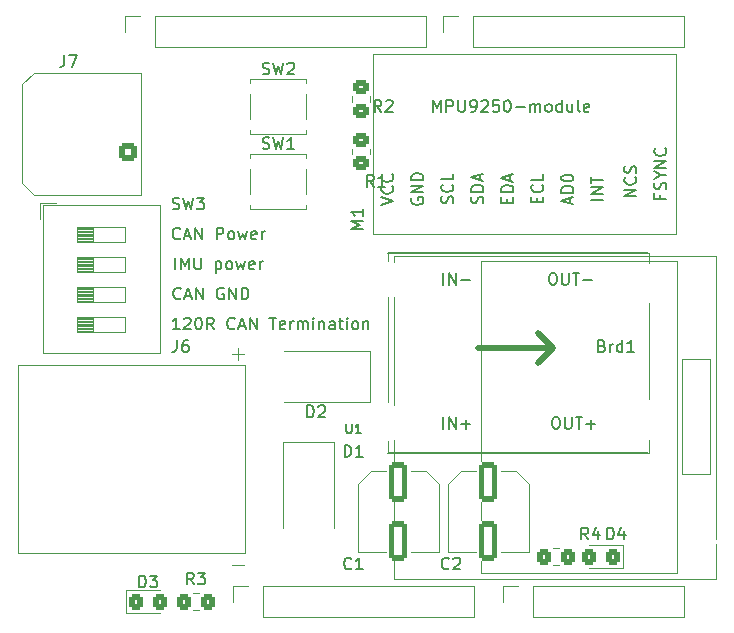
<source format=gto>
G04 #@! TF.GenerationSoftware,KiCad,Pcbnew,6.0.7-f9a2dced07~116~ubuntu20.04.1*
G04 #@! TF.CreationDate,2022-08-24T23:56:41+08:00*
G04 #@! TF.ProjectId,arduino_can_bus_shield_v2.1,61726475-696e-46f5-9f63-616e5f627573,rev?*
G04 #@! TF.SameCoordinates,Original*
G04 #@! TF.FileFunction,Legend,Top*
G04 #@! TF.FilePolarity,Positive*
%FSLAX46Y46*%
G04 Gerber Fmt 4.6, Leading zero omitted, Abs format (unit mm)*
G04 Created by KiCad (PCBNEW 6.0.7-f9a2dced07~116~ubuntu20.04.1) date 2022-08-24 23:56:41*
%MOMM*%
%LPD*%
G01*
G04 APERTURE LIST*
G04 Aperture macros list*
%AMRoundRect*
0 Rectangle with rounded corners*
0 $1 Rounding radius*
0 $2 $3 $4 $5 $6 $7 $8 $9 X,Y pos of 4 corners*
0 Add a 4 corners polygon primitive as box body*
4,1,4,$2,$3,$4,$5,$6,$7,$8,$9,$2,$3,0*
0 Add four circle primitives for the rounded corners*
1,1,$1+$1,$2,$3*
1,1,$1+$1,$4,$5*
1,1,$1+$1,$6,$7*
1,1,$1+$1,$8,$9*
0 Add four rect primitives between the rounded corners*
20,1,$1+$1,$2,$3,$4,$5,0*
20,1,$1+$1,$4,$5,$6,$7,0*
20,1,$1+$1,$6,$7,$8,$9,0*
20,1,$1+$1,$8,$9,$2,$3,0*%
G04 Aperture macros list end*
%ADD10C,0.150000*%
%ADD11C,0.120000*%
%ADD12C,0.500000*%
%ADD13C,0.127000*%
%ADD14R,1.700000X1.700000*%
%ADD15O,1.700000X1.700000*%
%ADD16RoundRect,0.250000X-0.450000X0.350000X-0.450000X-0.350000X0.450000X-0.350000X0.450000X0.350000X0*%
%ADD17RoundRect,0.250000X-0.350000X-0.450000X0.350000X-0.450000X0.350000X0.450000X-0.350000X0.450000X0*%
%ADD18RoundRect,0.250000X-0.325000X-0.450000X0.325000X-0.450000X0.325000X0.450000X-0.325000X0.450000X0*%
%ADD19R,1.800000X0.900000*%
%ADD20C,4.500000*%
%ADD21R,1.600000X1.400000*%
%ADD22C,3.000000*%
%ADD23RoundRect,0.250001X0.499999X-0.499999X0.499999X0.499999X-0.499999X0.499999X-0.499999X-0.499999X0*%
%ADD24C,1.500000*%
%ADD25RoundRect,0.250000X-0.550000X1.412500X-0.550000X-1.412500X0.550000X-1.412500X0.550000X1.412500X0*%
%ADD26C,3.200000*%
%ADD27RoundRect,0.250000X0.450000X-0.350000X0.450000X0.350000X-0.450000X0.350000X-0.450000X-0.350000X0*%
%ADD28C,1.524000*%
%ADD29R,2.300000X3.500000*%
%ADD30R,1.600000X1.600000*%
%ADD31O,1.600000X1.600000*%
%ADD32R,5.020000X2.940000*%
%ADD33R,4.826000X3.048000*%
%ADD34R,5.118000X3.070000*%
%ADD35RoundRect,0.250000X0.350000X0.450000X-0.350000X0.450000X-0.350000X-0.450000X0.350000X-0.450000X0*%
%ADD36RoundRect,0.250000X0.325000X0.450000X-0.325000X0.450000X-0.325000X-0.450000X0.325000X-0.450000X0*%
%ADD37O,2.000000X1.600000*%
%ADD38R,3.500000X2.300000*%
G04 APERTURE END LIST*
D10*
X122106904Y-74417380D02*
X121535476Y-74417380D01*
X121821190Y-74417380D02*
X121821190Y-73417380D01*
X121725952Y-73560238D01*
X121630714Y-73655476D01*
X121535476Y-73703095D01*
X122487857Y-73512619D02*
X122535476Y-73465000D01*
X122630714Y-73417380D01*
X122868809Y-73417380D01*
X122964047Y-73465000D01*
X123011666Y-73512619D01*
X123059285Y-73607857D01*
X123059285Y-73703095D01*
X123011666Y-73845952D01*
X122440238Y-74417380D01*
X123059285Y-74417380D01*
X123678333Y-73417380D02*
X123773571Y-73417380D01*
X123868809Y-73465000D01*
X123916428Y-73512619D01*
X123964047Y-73607857D01*
X124011666Y-73798333D01*
X124011666Y-74036428D01*
X123964047Y-74226904D01*
X123916428Y-74322142D01*
X123868809Y-74369761D01*
X123773571Y-74417380D01*
X123678333Y-74417380D01*
X123583095Y-74369761D01*
X123535476Y-74322142D01*
X123487857Y-74226904D01*
X123440238Y-74036428D01*
X123440238Y-73798333D01*
X123487857Y-73607857D01*
X123535476Y-73512619D01*
X123583095Y-73465000D01*
X123678333Y-73417380D01*
X125011666Y-74417380D02*
X124678333Y-73941190D01*
X124440238Y-74417380D02*
X124440238Y-73417380D01*
X124821190Y-73417380D01*
X124916428Y-73465000D01*
X124964047Y-73512619D01*
X125011666Y-73607857D01*
X125011666Y-73750714D01*
X124964047Y-73845952D01*
X124916428Y-73893571D01*
X124821190Y-73941190D01*
X124440238Y-73941190D01*
X126773571Y-74322142D02*
X126725952Y-74369761D01*
X126583095Y-74417380D01*
X126487857Y-74417380D01*
X126345000Y-74369761D01*
X126249761Y-74274523D01*
X126202142Y-74179285D01*
X126154523Y-73988809D01*
X126154523Y-73845952D01*
X126202142Y-73655476D01*
X126249761Y-73560238D01*
X126345000Y-73465000D01*
X126487857Y-73417380D01*
X126583095Y-73417380D01*
X126725952Y-73465000D01*
X126773571Y-73512619D01*
X127154523Y-74131666D02*
X127630714Y-74131666D01*
X127059285Y-74417380D02*
X127392619Y-73417380D01*
X127725952Y-74417380D01*
X128059285Y-74417380D02*
X128059285Y-73417380D01*
X128630714Y-74417380D01*
X128630714Y-73417380D01*
X129725952Y-73417380D02*
X130297380Y-73417380D01*
X130011666Y-74417380D02*
X130011666Y-73417380D01*
X131011666Y-74369761D02*
X130916428Y-74417380D01*
X130725952Y-74417380D01*
X130630714Y-74369761D01*
X130583095Y-74274523D01*
X130583095Y-73893571D01*
X130630714Y-73798333D01*
X130725952Y-73750714D01*
X130916428Y-73750714D01*
X131011666Y-73798333D01*
X131059285Y-73893571D01*
X131059285Y-73988809D01*
X130583095Y-74084047D01*
X131487857Y-74417380D02*
X131487857Y-73750714D01*
X131487857Y-73941190D02*
X131535476Y-73845952D01*
X131583095Y-73798333D01*
X131678333Y-73750714D01*
X131773571Y-73750714D01*
X132106904Y-74417380D02*
X132106904Y-73750714D01*
X132106904Y-73845952D02*
X132154523Y-73798333D01*
X132249761Y-73750714D01*
X132392619Y-73750714D01*
X132487857Y-73798333D01*
X132535476Y-73893571D01*
X132535476Y-74417380D01*
X132535476Y-73893571D02*
X132583095Y-73798333D01*
X132678333Y-73750714D01*
X132821190Y-73750714D01*
X132916428Y-73798333D01*
X132964047Y-73893571D01*
X132964047Y-74417380D01*
X133440238Y-74417380D02*
X133440238Y-73750714D01*
X133440238Y-73417380D02*
X133392619Y-73465000D01*
X133440238Y-73512619D01*
X133487857Y-73465000D01*
X133440238Y-73417380D01*
X133440238Y-73512619D01*
X133916428Y-73750714D02*
X133916428Y-74417380D01*
X133916428Y-73845952D02*
X133964047Y-73798333D01*
X134059285Y-73750714D01*
X134202142Y-73750714D01*
X134297380Y-73798333D01*
X134345000Y-73893571D01*
X134345000Y-74417380D01*
X135249761Y-74417380D02*
X135249761Y-73893571D01*
X135202142Y-73798333D01*
X135106904Y-73750714D01*
X134916428Y-73750714D01*
X134821190Y-73798333D01*
X135249761Y-74369761D02*
X135154523Y-74417380D01*
X134916428Y-74417380D01*
X134821190Y-74369761D01*
X134773571Y-74274523D01*
X134773571Y-74179285D01*
X134821190Y-74084047D01*
X134916428Y-74036428D01*
X135154523Y-74036428D01*
X135249761Y-73988809D01*
X135583095Y-73750714D02*
X135964047Y-73750714D01*
X135725952Y-73417380D02*
X135725952Y-74274523D01*
X135773571Y-74369761D01*
X135868809Y-74417380D01*
X135964047Y-74417380D01*
X136297380Y-74417380D02*
X136297380Y-73750714D01*
X136297380Y-73417380D02*
X136249761Y-73465000D01*
X136297380Y-73512619D01*
X136345000Y-73465000D01*
X136297380Y-73417380D01*
X136297380Y-73512619D01*
X136916428Y-74417380D02*
X136821190Y-74369761D01*
X136773571Y-74322142D01*
X136725952Y-74226904D01*
X136725952Y-73941190D01*
X136773571Y-73845952D01*
X136821190Y-73798333D01*
X136916428Y-73750714D01*
X137059285Y-73750714D01*
X137154523Y-73798333D01*
X137202142Y-73845952D01*
X137249761Y-73941190D01*
X137249761Y-74226904D01*
X137202142Y-74322142D01*
X137154523Y-74369761D01*
X137059285Y-74417380D01*
X136916428Y-74417380D01*
X137678333Y-73750714D02*
X137678333Y-74417380D01*
X137678333Y-73845952D02*
X137725952Y-73798333D01*
X137821190Y-73750714D01*
X137964047Y-73750714D01*
X138059285Y-73798333D01*
X138106904Y-73893571D01*
X138106904Y-74417380D01*
X121757142Y-69337380D02*
X121757142Y-68337380D01*
X122233333Y-69337380D02*
X122233333Y-68337380D01*
X122566666Y-69051666D01*
X122900000Y-68337380D01*
X122900000Y-69337380D01*
X123376190Y-68337380D02*
X123376190Y-69146904D01*
X123423809Y-69242142D01*
X123471428Y-69289761D01*
X123566666Y-69337380D01*
X123757142Y-69337380D01*
X123852380Y-69289761D01*
X123900000Y-69242142D01*
X123947619Y-69146904D01*
X123947619Y-68337380D01*
X125185714Y-68670714D02*
X125185714Y-69670714D01*
X125185714Y-68718333D02*
X125280952Y-68670714D01*
X125471428Y-68670714D01*
X125566666Y-68718333D01*
X125614285Y-68765952D01*
X125661904Y-68861190D01*
X125661904Y-69146904D01*
X125614285Y-69242142D01*
X125566666Y-69289761D01*
X125471428Y-69337380D01*
X125280952Y-69337380D01*
X125185714Y-69289761D01*
X126233333Y-69337380D02*
X126138095Y-69289761D01*
X126090476Y-69242142D01*
X126042857Y-69146904D01*
X126042857Y-68861190D01*
X126090476Y-68765952D01*
X126138095Y-68718333D01*
X126233333Y-68670714D01*
X126376190Y-68670714D01*
X126471428Y-68718333D01*
X126519047Y-68765952D01*
X126566666Y-68861190D01*
X126566666Y-69146904D01*
X126519047Y-69242142D01*
X126471428Y-69289761D01*
X126376190Y-69337380D01*
X126233333Y-69337380D01*
X126900000Y-68670714D02*
X127090476Y-69337380D01*
X127280952Y-68861190D01*
X127471428Y-69337380D01*
X127661904Y-68670714D01*
X128423809Y-69289761D02*
X128328571Y-69337380D01*
X128138095Y-69337380D01*
X128042857Y-69289761D01*
X127995238Y-69194523D01*
X127995238Y-68813571D01*
X128042857Y-68718333D01*
X128138095Y-68670714D01*
X128328571Y-68670714D01*
X128423809Y-68718333D01*
X128471428Y-68813571D01*
X128471428Y-68908809D01*
X127995238Y-69004047D01*
X128900000Y-69337380D02*
X128900000Y-68670714D01*
X128900000Y-68861190D02*
X128947619Y-68765952D01*
X128995238Y-68718333D01*
X129090476Y-68670714D01*
X129185714Y-68670714D01*
X122217380Y-71782142D02*
X122169761Y-71829761D01*
X122026904Y-71877380D01*
X121931666Y-71877380D01*
X121788809Y-71829761D01*
X121693571Y-71734523D01*
X121645952Y-71639285D01*
X121598333Y-71448809D01*
X121598333Y-71305952D01*
X121645952Y-71115476D01*
X121693571Y-71020238D01*
X121788809Y-70925000D01*
X121931666Y-70877380D01*
X122026904Y-70877380D01*
X122169761Y-70925000D01*
X122217380Y-70972619D01*
X122598333Y-71591666D02*
X123074523Y-71591666D01*
X122503095Y-71877380D02*
X122836428Y-70877380D01*
X123169761Y-71877380D01*
X123503095Y-71877380D02*
X123503095Y-70877380D01*
X124074523Y-71877380D01*
X124074523Y-70877380D01*
X125836428Y-70925000D02*
X125741190Y-70877380D01*
X125598333Y-70877380D01*
X125455476Y-70925000D01*
X125360238Y-71020238D01*
X125312619Y-71115476D01*
X125265000Y-71305952D01*
X125265000Y-71448809D01*
X125312619Y-71639285D01*
X125360238Y-71734523D01*
X125455476Y-71829761D01*
X125598333Y-71877380D01*
X125693571Y-71877380D01*
X125836428Y-71829761D01*
X125884047Y-71782142D01*
X125884047Y-71448809D01*
X125693571Y-71448809D01*
X126312619Y-71877380D02*
X126312619Y-70877380D01*
X126884047Y-71877380D01*
X126884047Y-70877380D01*
X127360238Y-71877380D02*
X127360238Y-70877380D01*
X127598333Y-70877380D01*
X127741190Y-70925000D01*
X127836428Y-71020238D01*
X127884047Y-71115476D01*
X127931666Y-71305952D01*
X127931666Y-71448809D01*
X127884047Y-71639285D01*
X127836428Y-71734523D01*
X127741190Y-71829761D01*
X127598333Y-71877380D01*
X127360238Y-71877380D01*
X122161904Y-66702142D02*
X122114285Y-66749761D01*
X121971428Y-66797380D01*
X121876190Y-66797380D01*
X121733333Y-66749761D01*
X121638095Y-66654523D01*
X121590476Y-66559285D01*
X121542857Y-66368809D01*
X121542857Y-66225952D01*
X121590476Y-66035476D01*
X121638095Y-65940238D01*
X121733333Y-65845000D01*
X121876190Y-65797380D01*
X121971428Y-65797380D01*
X122114285Y-65845000D01*
X122161904Y-65892619D01*
X122542857Y-66511666D02*
X123019047Y-66511666D01*
X122447619Y-66797380D02*
X122780952Y-65797380D01*
X123114285Y-66797380D01*
X123447619Y-66797380D02*
X123447619Y-65797380D01*
X124019047Y-66797380D01*
X124019047Y-65797380D01*
X125257142Y-66797380D02*
X125257142Y-65797380D01*
X125638095Y-65797380D01*
X125733333Y-65845000D01*
X125780952Y-65892619D01*
X125828571Y-65987857D01*
X125828571Y-66130714D01*
X125780952Y-66225952D01*
X125733333Y-66273571D01*
X125638095Y-66321190D01*
X125257142Y-66321190D01*
X126400000Y-66797380D02*
X126304761Y-66749761D01*
X126257142Y-66702142D01*
X126209523Y-66606904D01*
X126209523Y-66321190D01*
X126257142Y-66225952D01*
X126304761Y-66178333D01*
X126400000Y-66130714D01*
X126542857Y-66130714D01*
X126638095Y-66178333D01*
X126685714Y-66225952D01*
X126733333Y-66321190D01*
X126733333Y-66606904D01*
X126685714Y-66702142D01*
X126638095Y-66749761D01*
X126542857Y-66797380D01*
X126400000Y-66797380D01*
X127066666Y-66130714D02*
X127257142Y-66797380D01*
X127447619Y-66321190D01*
X127638095Y-66797380D01*
X127828571Y-66130714D01*
X128590476Y-66749761D02*
X128495238Y-66797380D01*
X128304761Y-66797380D01*
X128209523Y-66749761D01*
X128161904Y-66654523D01*
X128161904Y-66273571D01*
X128209523Y-66178333D01*
X128304761Y-66130714D01*
X128495238Y-66130714D01*
X128590476Y-66178333D01*
X128638095Y-66273571D01*
X128638095Y-66368809D01*
X128161904Y-66464047D01*
X129066666Y-66797380D02*
X129066666Y-66130714D01*
X129066666Y-66321190D02*
X129114285Y-66225952D01*
X129161904Y-66178333D01*
X129257142Y-66130714D01*
X129352380Y-66130714D01*
X139203333Y-56002380D02*
X138870000Y-55526190D01*
X138631904Y-56002380D02*
X138631904Y-55002380D01*
X139012857Y-55002380D01*
X139108095Y-55050000D01*
X139155714Y-55097619D01*
X139203333Y-55192857D01*
X139203333Y-55335714D01*
X139155714Y-55430952D01*
X139108095Y-55478571D01*
X139012857Y-55526190D01*
X138631904Y-55526190D01*
X139584285Y-55097619D02*
X139631904Y-55050000D01*
X139727142Y-55002380D01*
X139965238Y-55002380D01*
X140060476Y-55050000D01*
X140108095Y-55097619D01*
X140155714Y-55192857D01*
X140155714Y-55288095D01*
X140108095Y-55430952D01*
X139536666Y-56002380D01*
X140155714Y-56002380D01*
X156713333Y-92197380D02*
X156380000Y-91721190D01*
X156141904Y-92197380D02*
X156141904Y-91197380D01*
X156522857Y-91197380D01*
X156618095Y-91245000D01*
X156665714Y-91292619D01*
X156713333Y-91387857D01*
X156713333Y-91530714D01*
X156665714Y-91625952D01*
X156618095Y-91673571D01*
X156522857Y-91721190D01*
X156141904Y-91721190D01*
X157570476Y-91530714D02*
X157570476Y-92197380D01*
X157332380Y-91149761D02*
X157094285Y-91864047D01*
X157713333Y-91864047D01*
X118701904Y-96262380D02*
X118701904Y-95262380D01*
X118940000Y-95262380D01*
X119082857Y-95310000D01*
X119178095Y-95405238D01*
X119225714Y-95500476D01*
X119273333Y-95690952D01*
X119273333Y-95833809D01*
X119225714Y-96024285D01*
X119178095Y-96119523D01*
X119082857Y-96214761D01*
X118940000Y-96262380D01*
X118701904Y-96262380D01*
X119606666Y-95262380D02*
X120225714Y-95262380D01*
X119892380Y-95643333D01*
X120035238Y-95643333D01*
X120130476Y-95690952D01*
X120178095Y-95738571D01*
X120225714Y-95833809D01*
X120225714Y-96071904D01*
X120178095Y-96167142D01*
X120130476Y-96214761D01*
X120035238Y-96262380D01*
X119749523Y-96262380D01*
X119654285Y-96214761D01*
X119606666Y-96167142D01*
X121891666Y-75322380D02*
X121891666Y-76036666D01*
X121844047Y-76179523D01*
X121748809Y-76274761D01*
X121605952Y-76322380D01*
X121510714Y-76322380D01*
X122796428Y-75322380D02*
X122605952Y-75322380D01*
X122510714Y-75370000D01*
X122463095Y-75417619D01*
X122367857Y-75560476D01*
X122320238Y-75750952D01*
X122320238Y-76131904D01*
X122367857Y-76227142D01*
X122415476Y-76274761D01*
X122510714Y-76322380D01*
X122701190Y-76322380D01*
X122796428Y-76274761D01*
X122844047Y-76227142D01*
X122891666Y-76131904D01*
X122891666Y-75893809D01*
X122844047Y-75798571D01*
X122796428Y-75750952D01*
X122701190Y-75703333D01*
X122510714Y-75703333D01*
X122415476Y-75750952D01*
X122367857Y-75798571D01*
X122320238Y-75893809D01*
X129146666Y-59104761D02*
X129289523Y-59152380D01*
X129527619Y-59152380D01*
X129622857Y-59104761D01*
X129670476Y-59057142D01*
X129718095Y-58961904D01*
X129718095Y-58866666D01*
X129670476Y-58771428D01*
X129622857Y-58723809D01*
X129527619Y-58676190D01*
X129337142Y-58628571D01*
X129241904Y-58580952D01*
X129194285Y-58533333D01*
X129146666Y-58438095D01*
X129146666Y-58342857D01*
X129194285Y-58247619D01*
X129241904Y-58200000D01*
X129337142Y-58152380D01*
X129575238Y-58152380D01*
X129718095Y-58200000D01*
X130051428Y-58152380D02*
X130289523Y-59152380D01*
X130480000Y-58438095D01*
X130670476Y-59152380D01*
X130908571Y-58152380D01*
X131813333Y-59152380D02*
X131241904Y-59152380D01*
X131527619Y-59152380D02*
X131527619Y-58152380D01*
X131432380Y-58295238D01*
X131337142Y-58390476D01*
X131241904Y-58438095D01*
X112366666Y-51192380D02*
X112366666Y-51906666D01*
X112319047Y-52049523D01*
X112223809Y-52144761D01*
X112080952Y-52192380D01*
X111985714Y-52192380D01*
X112747619Y-51192380D02*
X113414285Y-51192380D01*
X112985714Y-52192380D01*
X129146666Y-52779761D02*
X129289523Y-52827380D01*
X129527619Y-52827380D01*
X129622857Y-52779761D01*
X129670476Y-52732142D01*
X129718095Y-52636904D01*
X129718095Y-52541666D01*
X129670476Y-52446428D01*
X129622857Y-52398809D01*
X129527619Y-52351190D01*
X129337142Y-52303571D01*
X129241904Y-52255952D01*
X129194285Y-52208333D01*
X129146666Y-52113095D01*
X129146666Y-52017857D01*
X129194285Y-51922619D01*
X129241904Y-51875000D01*
X129337142Y-51827380D01*
X129575238Y-51827380D01*
X129718095Y-51875000D01*
X130051428Y-51827380D02*
X130289523Y-52827380D01*
X130480000Y-52113095D01*
X130670476Y-52827380D01*
X130908571Y-51827380D01*
X131241904Y-51922619D02*
X131289523Y-51875000D01*
X131384761Y-51827380D01*
X131622857Y-51827380D01*
X131718095Y-51875000D01*
X131765714Y-51922619D01*
X131813333Y-52017857D01*
X131813333Y-52113095D01*
X131765714Y-52255952D01*
X131194285Y-52827380D01*
X131813333Y-52827380D01*
X144918333Y-94642142D02*
X144870714Y-94689761D01*
X144727857Y-94737380D01*
X144632619Y-94737380D01*
X144489761Y-94689761D01*
X144394523Y-94594523D01*
X144346904Y-94499285D01*
X144299285Y-94308809D01*
X144299285Y-94165952D01*
X144346904Y-93975476D01*
X144394523Y-93880238D01*
X144489761Y-93785000D01*
X144632619Y-93737380D01*
X144727857Y-93737380D01*
X144870714Y-93785000D01*
X144918333Y-93832619D01*
X145299285Y-93832619D02*
X145346904Y-93785000D01*
X145442142Y-93737380D01*
X145680238Y-93737380D01*
X145775476Y-93785000D01*
X145823095Y-93832619D01*
X145870714Y-93927857D01*
X145870714Y-94023095D01*
X145823095Y-94165952D01*
X145251666Y-94737380D01*
X145870714Y-94737380D01*
X136663333Y-94642142D02*
X136615714Y-94689761D01*
X136472857Y-94737380D01*
X136377619Y-94737380D01*
X136234761Y-94689761D01*
X136139523Y-94594523D01*
X136091904Y-94499285D01*
X136044285Y-94308809D01*
X136044285Y-94165952D01*
X136091904Y-93975476D01*
X136139523Y-93880238D01*
X136234761Y-93785000D01*
X136377619Y-93737380D01*
X136472857Y-93737380D01*
X136615714Y-93785000D01*
X136663333Y-93832619D01*
X137615714Y-94737380D02*
X137044285Y-94737380D01*
X137330000Y-94737380D02*
X137330000Y-93737380D01*
X137234761Y-93880238D01*
X137139523Y-93975476D01*
X137044285Y-94023095D01*
X138568333Y-62352380D02*
X138235000Y-61876190D01*
X137996904Y-62352380D02*
X137996904Y-61352380D01*
X138377857Y-61352380D01*
X138473095Y-61400000D01*
X138520714Y-61447619D01*
X138568333Y-61542857D01*
X138568333Y-61685714D01*
X138520714Y-61780952D01*
X138473095Y-61828571D01*
X138377857Y-61876190D01*
X137996904Y-61876190D01*
X139520714Y-62352380D02*
X138949285Y-62352380D01*
X139235000Y-62352380D02*
X139235000Y-61352380D01*
X139139761Y-61495238D01*
X139044523Y-61590476D01*
X138949285Y-61638095D01*
X137663380Y-65884523D02*
X136663380Y-65884523D01*
X137377666Y-65551190D01*
X136663380Y-65217857D01*
X137663380Y-65217857D01*
X137663380Y-64217857D02*
X137663380Y-64789285D01*
X137663380Y-64503571D02*
X136663380Y-64503571D01*
X136806238Y-64598809D01*
X136901476Y-64694047D01*
X136949095Y-64789285D01*
X149839571Y-63677857D02*
X149839571Y-63344523D01*
X150363380Y-63201666D02*
X150363380Y-63677857D01*
X149363380Y-63677857D01*
X149363380Y-63201666D01*
X150363380Y-62773095D02*
X149363380Y-62773095D01*
X149363380Y-62535000D01*
X149411000Y-62392142D01*
X149506238Y-62296904D01*
X149601476Y-62249285D01*
X149791952Y-62201666D01*
X149934809Y-62201666D01*
X150125285Y-62249285D01*
X150220523Y-62296904D01*
X150315761Y-62392142D01*
X150363380Y-62535000D01*
X150363380Y-62773095D01*
X150077666Y-61820714D02*
X150077666Y-61344523D01*
X150363380Y-61915952D02*
X149363380Y-61582619D01*
X150363380Y-61249285D01*
X143569761Y-56002380D02*
X143569761Y-55002380D01*
X143903095Y-55716666D01*
X144236428Y-55002380D01*
X144236428Y-56002380D01*
X144712619Y-56002380D02*
X144712619Y-55002380D01*
X145093571Y-55002380D01*
X145188809Y-55050000D01*
X145236428Y-55097619D01*
X145284047Y-55192857D01*
X145284047Y-55335714D01*
X145236428Y-55430952D01*
X145188809Y-55478571D01*
X145093571Y-55526190D01*
X144712619Y-55526190D01*
X145712619Y-55002380D02*
X145712619Y-55811904D01*
X145760238Y-55907142D01*
X145807857Y-55954761D01*
X145903095Y-56002380D01*
X146093571Y-56002380D01*
X146188809Y-55954761D01*
X146236428Y-55907142D01*
X146284047Y-55811904D01*
X146284047Y-55002380D01*
X146807857Y-56002380D02*
X146998333Y-56002380D01*
X147093571Y-55954761D01*
X147141190Y-55907142D01*
X147236428Y-55764285D01*
X147284047Y-55573809D01*
X147284047Y-55192857D01*
X147236428Y-55097619D01*
X147188809Y-55050000D01*
X147093571Y-55002380D01*
X146903095Y-55002380D01*
X146807857Y-55050000D01*
X146760238Y-55097619D01*
X146712619Y-55192857D01*
X146712619Y-55430952D01*
X146760238Y-55526190D01*
X146807857Y-55573809D01*
X146903095Y-55621428D01*
X147093571Y-55621428D01*
X147188809Y-55573809D01*
X147236428Y-55526190D01*
X147284047Y-55430952D01*
X147665000Y-55097619D02*
X147712619Y-55050000D01*
X147807857Y-55002380D01*
X148045952Y-55002380D01*
X148141190Y-55050000D01*
X148188809Y-55097619D01*
X148236428Y-55192857D01*
X148236428Y-55288095D01*
X148188809Y-55430952D01*
X147617380Y-56002380D01*
X148236428Y-56002380D01*
X149141190Y-55002380D02*
X148665000Y-55002380D01*
X148617380Y-55478571D01*
X148665000Y-55430952D01*
X148760238Y-55383333D01*
X148998333Y-55383333D01*
X149093571Y-55430952D01*
X149141190Y-55478571D01*
X149188809Y-55573809D01*
X149188809Y-55811904D01*
X149141190Y-55907142D01*
X149093571Y-55954761D01*
X148998333Y-56002380D01*
X148760238Y-56002380D01*
X148665000Y-55954761D01*
X148617380Y-55907142D01*
X149807857Y-55002380D02*
X149903095Y-55002380D01*
X149998333Y-55050000D01*
X150045952Y-55097619D01*
X150093571Y-55192857D01*
X150141190Y-55383333D01*
X150141190Y-55621428D01*
X150093571Y-55811904D01*
X150045952Y-55907142D01*
X149998333Y-55954761D01*
X149903095Y-56002380D01*
X149807857Y-56002380D01*
X149712619Y-55954761D01*
X149665000Y-55907142D01*
X149617380Y-55811904D01*
X149569761Y-55621428D01*
X149569761Y-55383333D01*
X149617380Y-55192857D01*
X149665000Y-55097619D01*
X149712619Y-55050000D01*
X149807857Y-55002380D01*
X150569761Y-55621428D02*
X151331666Y-55621428D01*
X151807857Y-56002380D02*
X151807857Y-55335714D01*
X151807857Y-55430952D02*
X151855476Y-55383333D01*
X151950714Y-55335714D01*
X152093571Y-55335714D01*
X152188809Y-55383333D01*
X152236428Y-55478571D01*
X152236428Y-56002380D01*
X152236428Y-55478571D02*
X152284047Y-55383333D01*
X152379285Y-55335714D01*
X152522142Y-55335714D01*
X152617380Y-55383333D01*
X152665000Y-55478571D01*
X152665000Y-56002380D01*
X153284047Y-56002380D02*
X153188809Y-55954761D01*
X153141190Y-55907142D01*
X153093571Y-55811904D01*
X153093571Y-55526190D01*
X153141190Y-55430952D01*
X153188809Y-55383333D01*
X153284047Y-55335714D01*
X153426904Y-55335714D01*
X153522142Y-55383333D01*
X153569761Y-55430952D01*
X153617380Y-55526190D01*
X153617380Y-55811904D01*
X153569761Y-55907142D01*
X153522142Y-55954761D01*
X153426904Y-56002380D01*
X153284047Y-56002380D01*
X154474523Y-56002380D02*
X154474523Y-55002380D01*
X154474523Y-55954761D02*
X154379285Y-56002380D01*
X154188809Y-56002380D01*
X154093571Y-55954761D01*
X154045952Y-55907142D01*
X153998333Y-55811904D01*
X153998333Y-55526190D01*
X154045952Y-55430952D01*
X154093571Y-55383333D01*
X154188809Y-55335714D01*
X154379285Y-55335714D01*
X154474523Y-55383333D01*
X155379285Y-55335714D02*
X155379285Y-56002380D01*
X154950714Y-55335714D02*
X154950714Y-55859523D01*
X154998333Y-55954761D01*
X155093571Y-56002380D01*
X155236428Y-56002380D01*
X155331666Y-55954761D01*
X155379285Y-55907142D01*
X155998333Y-56002380D02*
X155903095Y-55954761D01*
X155855476Y-55859523D01*
X155855476Y-55002380D01*
X156760238Y-55954761D02*
X156665000Y-56002380D01*
X156474523Y-56002380D01*
X156379285Y-55954761D01*
X156331666Y-55859523D01*
X156331666Y-55478571D01*
X156379285Y-55383333D01*
X156474523Y-55335714D01*
X156665000Y-55335714D01*
X156760238Y-55383333D01*
X156807857Y-55478571D01*
X156807857Y-55573809D01*
X156331666Y-55669047D01*
X145235761Y-63725476D02*
X145283380Y-63582619D01*
X145283380Y-63344523D01*
X145235761Y-63249285D01*
X145188142Y-63201666D01*
X145092904Y-63154047D01*
X144997666Y-63154047D01*
X144902428Y-63201666D01*
X144854809Y-63249285D01*
X144807190Y-63344523D01*
X144759571Y-63535000D01*
X144711952Y-63630238D01*
X144664333Y-63677857D01*
X144569095Y-63725476D01*
X144473857Y-63725476D01*
X144378619Y-63677857D01*
X144331000Y-63630238D01*
X144283380Y-63535000D01*
X144283380Y-63296904D01*
X144331000Y-63154047D01*
X145188142Y-62154047D02*
X145235761Y-62201666D01*
X145283380Y-62344523D01*
X145283380Y-62439761D01*
X145235761Y-62582619D01*
X145140523Y-62677857D01*
X145045285Y-62725476D01*
X144854809Y-62773095D01*
X144711952Y-62773095D01*
X144521476Y-62725476D01*
X144426238Y-62677857D01*
X144331000Y-62582619D01*
X144283380Y-62439761D01*
X144283380Y-62344523D01*
X144331000Y-62201666D01*
X144378619Y-62154047D01*
X145283380Y-61249285D02*
X145283380Y-61725476D01*
X144283380Y-61725476D01*
X147775761Y-63749285D02*
X147823380Y-63606428D01*
X147823380Y-63368333D01*
X147775761Y-63273095D01*
X147728142Y-63225476D01*
X147632904Y-63177857D01*
X147537666Y-63177857D01*
X147442428Y-63225476D01*
X147394809Y-63273095D01*
X147347190Y-63368333D01*
X147299571Y-63558809D01*
X147251952Y-63654047D01*
X147204333Y-63701666D01*
X147109095Y-63749285D01*
X147013857Y-63749285D01*
X146918619Y-63701666D01*
X146871000Y-63654047D01*
X146823380Y-63558809D01*
X146823380Y-63320714D01*
X146871000Y-63177857D01*
X147823380Y-62749285D02*
X146823380Y-62749285D01*
X146823380Y-62511190D01*
X146871000Y-62368333D01*
X146966238Y-62273095D01*
X147061476Y-62225476D01*
X147251952Y-62177857D01*
X147394809Y-62177857D01*
X147585285Y-62225476D01*
X147680523Y-62273095D01*
X147775761Y-62368333D01*
X147823380Y-62511190D01*
X147823380Y-62749285D01*
X147537666Y-61796904D02*
X147537666Y-61320714D01*
X147823380Y-61892142D02*
X146823380Y-61558809D01*
X147823380Y-61225476D01*
X160777380Y-63161904D02*
X159777380Y-63161904D01*
X160777380Y-62590476D01*
X159777380Y-62590476D01*
X160682142Y-61542857D02*
X160729761Y-61590476D01*
X160777380Y-61733333D01*
X160777380Y-61828571D01*
X160729761Y-61971428D01*
X160634523Y-62066666D01*
X160539285Y-62114285D01*
X160348809Y-62161904D01*
X160205952Y-62161904D01*
X160015476Y-62114285D01*
X159920238Y-62066666D01*
X159825000Y-61971428D01*
X159777380Y-61828571D01*
X159777380Y-61733333D01*
X159825000Y-61590476D01*
X159872619Y-61542857D01*
X160729761Y-61161904D02*
X160777380Y-61019047D01*
X160777380Y-60780952D01*
X160729761Y-60685714D01*
X160682142Y-60638095D01*
X160586904Y-60590476D01*
X160491666Y-60590476D01*
X160396428Y-60638095D01*
X160348809Y-60685714D01*
X160301190Y-60780952D01*
X160253571Y-60971428D01*
X160205952Y-61066666D01*
X160158333Y-61114285D01*
X160063095Y-61161904D01*
X159967857Y-61161904D01*
X159872619Y-61114285D01*
X159825000Y-61066666D01*
X159777380Y-60971428D01*
X159777380Y-60733333D01*
X159825000Y-60590476D01*
X162793571Y-63050714D02*
X162793571Y-63384047D01*
X163317380Y-63384047D02*
X162317380Y-63384047D01*
X162317380Y-62907857D01*
X163269761Y-62574523D02*
X163317380Y-62431666D01*
X163317380Y-62193571D01*
X163269761Y-62098333D01*
X163222142Y-62050714D01*
X163126904Y-62003095D01*
X163031666Y-62003095D01*
X162936428Y-62050714D01*
X162888809Y-62098333D01*
X162841190Y-62193571D01*
X162793571Y-62384047D01*
X162745952Y-62479285D01*
X162698333Y-62526904D01*
X162603095Y-62574523D01*
X162507857Y-62574523D01*
X162412619Y-62526904D01*
X162365000Y-62479285D01*
X162317380Y-62384047D01*
X162317380Y-62145952D01*
X162365000Y-62003095D01*
X162841190Y-61384047D02*
X163317380Y-61384047D01*
X162317380Y-61717380D02*
X162841190Y-61384047D01*
X162317380Y-61050714D01*
X163317380Y-60717380D02*
X162317380Y-60717380D01*
X163317380Y-60145952D01*
X162317380Y-60145952D01*
X163222142Y-59098333D02*
X163269761Y-59145952D01*
X163317380Y-59288809D01*
X163317380Y-59384047D01*
X163269761Y-59526904D01*
X163174523Y-59622142D01*
X163079285Y-59669761D01*
X162888809Y-59717380D01*
X162745952Y-59717380D01*
X162555476Y-59669761D01*
X162460238Y-59622142D01*
X162365000Y-59526904D01*
X162317380Y-59384047D01*
X162317380Y-59288809D01*
X162365000Y-59145952D01*
X162412619Y-59098333D01*
X141791000Y-63296904D02*
X141743380Y-63392142D01*
X141743380Y-63535000D01*
X141791000Y-63677857D01*
X141886238Y-63773095D01*
X141981476Y-63820714D01*
X142171952Y-63868333D01*
X142314809Y-63868333D01*
X142505285Y-63820714D01*
X142600523Y-63773095D01*
X142695761Y-63677857D01*
X142743380Y-63535000D01*
X142743380Y-63439761D01*
X142695761Y-63296904D01*
X142648142Y-63249285D01*
X142314809Y-63249285D01*
X142314809Y-63439761D01*
X142743380Y-62820714D02*
X141743380Y-62820714D01*
X142743380Y-62249285D01*
X141743380Y-62249285D01*
X142743380Y-61773095D02*
X141743380Y-61773095D01*
X141743380Y-61535000D01*
X141791000Y-61392142D01*
X141886238Y-61296904D01*
X141981476Y-61249285D01*
X142171952Y-61201666D01*
X142314809Y-61201666D01*
X142505285Y-61249285D01*
X142600523Y-61296904D01*
X142695761Y-61392142D01*
X142743380Y-61535000D01*
X142743380Y-61773095D01*
X155157666Y-63749285D02*
X155157666Y-63273095D01*
X155443380Y-63844523D02*
X154443380Y-63511190D01*
X155443380Y-63177857D01*
X155443380Y-62844523D02*
X154443380Y-62844523D01*
X154443380Y-62606428D01*
X154491000Y-62463571D01*
X154586238Y-62368333D01*
X154681476Y-62320714D01*
X154871952Y-62273095D01*
X155014809Y-62273095D01*
X155205285Y-62320714D01*
X155300523Y-62368333D01*
X155395761Y-62463571D01*
X155443380Y-62606428D01*
X155443380Y-62844523D01*
X154443380Y-61654047D02*
X154443380Y-61558809D01*
X154491000Y-61463571D01*
X154538619Y-61415952D01*
X154633857Y-61368333D01*
X154824333Y-61320714D01*
X155062428Y-61320714D01*
X155252904Y-61368333D01*
X155348142Y-61415952D01*
X155395761Y-61463571D01*
X155443380Y-61558809D01*
X155443380Y-61654047D01*
X155395761Y-61749285D01*
X155348142Y-61796904D01*
X155252904Y-61844523D01*
X155062428Y-61892142D01*
X154824333Y-61892142D01*
X154633857Y-61844523D01*
X154538619Y-61796904D01*
X154491000Y-61749285D01*
X154443380Y-61654047D01*
X139203380Y-63868333D02*
X140203380Y-63535000D01*
X139203380Y-63201666D01*
X140108142Y-62296904D02*
X140155761Y-62344523D01*
X140203380Y-62487380D01*
X140203380Y-62582619D01*
X140155761Y-62725476D01*
X140060523Y-62820714D01*
X139965285Y-62868333D01*
X139774809Y-62915952D01*
X139631952Y-62915952D01*
X139441476Y-62868333D01*
X139346238Y-62820714D01*
X139251000Y-62725476D01*
X139203380Y-62582619D01*
X139203380Y-62487380D01*
X139251000Y-62344523D01*
X139298619Y-62296904D01*
X140108142Y-61296904D02*
X140155761Y-61344523D01*
X140203380Y-61487380D01*
X140203380Y-61582619D01*
X140155761Y-61725476D01*
X140060523Y-61820714D01*
X139965285Y-61868333D01*
X139774809Y-61915952D01*
X139631952Y-61915952D01*
X139441476Y-61868333D01*
X139346238Y-61820714D01*
X139251000Y-61725476D01*
X139203380Y-61582619D01*
X139203380Y-61487380D01*
X139251000Y-61344523D01*
X139298619Y-61296904D01*
X157983380Y-63439761D02*
X156983380Y-63439761D01*
X157983380Y-62963571D02*
X156983380Y-62963571D01*
X157983380Y-62392142D01*
X156983380Y-62392142D01*
X156983380Y-62058809D02*
X156983380Y-61487380D01*
X157983380Y-61773095D02*
X156983380Y-61773095D01*
X152379571Y-63654047D02*
X152379571Y-63320714D01*
X152903380Y-63177857D02*
X152903380Y-63654047D01*
X151903380Y-63654047D01*
X151903380Y-63177857D01*
X152808142Y-62177857D02*
X152855761Y-62225476D01*
X152903380Y-62368333D01*
X152903380Y-62463571D01*
X152855761Y-62606428D01*
X152760523Y-62701666D01*
X152665285Y-62749285D01*
X152474809Y-62796904D01*
X152331952Y-62796904D01*
X152141476Y-62749285D01*
X152046238Y-62701666D01*
X151951000Y-62606428D01*
X151903380Y-62463571D01*
X151903380Y-62368333D01*
X151951000Y-62225476D01*
X151998619Y-62177857D01*
X152903380Y-61273095D02*
X152903380Y-61749285D01*
X151903380Y-61749285D01*
X136091904Y-85212380D02*
X136091904Y-84212380D01*
X136330000Y-84212380D01*
X136472857Y-84260000D01*
X136568095Y-84355238D01*
X136615714Y-84450476D01*
X136663333Y-84640952D01*
X136663333Y-84783809D01*
X136615714Y-84974285D01*
X136568095Y-85069523D01*
X136472857Y-85164761D01*
X136330000Y-85212380D01*
X136091904Y-85212380D01*
X137615714Y-85212380D02*
X137044285Y-85212380D01*
X137330000Y-85212380D02*
X137330000Y-84212380D01*
X137234761Y-84355238D01*
X137139523Y-84450476D01*
X137044285Y-84498095D01*
X121526666Y-64209761D02*
X121669523Y-64257380D01*
X121907619Y-64257380D01*
X122002857Y-64209761D01*
X122050476Y-64162142D01*
X122098095Y-64066904D01*
X122098095Y-63971666D01*
X122050476Y-63876428D01*
X122002857Y-63828809D01*
X121907619Y-63781190D01*
X121717142Y-63733571D01*
X121621904Y-63685952D01*
X121574285Y-63638333D01*
X121526666Y-63543095D01*
X121526666Y-63447857D01*
X121574285Y-63352619D01*
X121621904Y-63305000D01*
X121717142Y-63257380D01*
X121955238Y-63257380D01*
X122098095Y-63305000D01*
X122431428Y-63257380D02*
X122669523Y-64257380D01*
X122860000Y-63543095D01*
X123050476Y-64257380D01*
X123288571Y-63257380D01*
X123574285Y-63257380D02*
X124193333Y-63257380D01*
X123860000Y-63638333D01*
X124002857Y-63638333D01*
X124098095Y-63685952D01*
X124145714Y-63733571D01*
X124193333Y-63828809D01*
X124193333Y-64066904D01*
X124145714Y-64162142D01*
X124098095Y-64209761D01*
X124002857Y-64257380D01*
X123717142Y-64257380D01*
X123621904Y-64209761D01*
X123574285Y-64162142D01*
X136230074Y-82423803D02*
X136230074Y-83061224D01*
X136267570Y-83136215D01*
X136305065Y-83173710D01*
X136380056Y-83211205D01*
X136530037Y-83211205D01*
X136605028Y-83173710D01*
X136642523Y-83136215D01*
X136680018Y-83061224D01*
X136680018Y-82423803D01*
X137467420Y-83211205D02*
X137017476Y-83211205D01*
X137242448Y-83211205D02*
X137242448Y-82423803D01*
X137167458Y-82536289D01*
X137092467Y-82611280D01*
X137017476Y-82648775D01*
X153879952Y-81824130D02*
X154070428Y-81824130D01*
X154165666Y-81871750D01*
X154260904Y-81966988D01*
X154308523Y-82157464D01*
X154308523Y-82490797D01*
X154260904Y-82681273D01*
X154165666Y-82776511D01*
X154070428Y-82824130D01*
X153879952Y-82824130D01*
X153784714Y-82776511D01*
X153689476Y-82681273D01*
X153641857Y-82490797D01*
X153641857Y-82157464D01*
X153689476Y-81966988D01*
X153784714Y-81871750D01*
X153879952Y-81824130D01*
X154737095Y-81824130D02*
X154737095Y-82633654D01*
X154784714Y-82728892D01*
X154832333Y-82776511D01*
X154927571Y-82824130D01*
X155118047Y-82824130D01*
X155213285Y-82776511D01*
X155260904Y-82728892D01*
X155308523Y-82633654D01*
X155308523Y-81824130D01*
X155641857Y-81824130D02*
X156213285Y-81824130D01*
X155927571Y-82824130D02*
X155927571Y-81824130D01*
X156546619Y-82443178D02*
X157308523Y-82443178D01*
X156927571Y-82824130D02*
X156927571Y-82062226D01*
X153625952Y-69632130D02*
X153816428Y-69632130D01*
X153911666Y-69679750D01*
X154006904Y-69774988D01*
X154054523Y-69965464D01*
X154054523Y-70298797D01*
X154006904Y-70489273D01*
X153911666Y-70584511D01*
X153816428Y-70632130D01*
X153625952Y-70632130D01*
X153530714Y-70584511D01*
X153435476Y-70489273D01*
X153387857Y-70298797D01*
X153387857Y-69965464D01*
X153435476Y-69774988D01*
X153530714Y-69679750D01*
X153625952Y-69632130D01*
X154483095Y-69632130D02*
X154483095Y-70441654D01*
X154530714Y-70536892D01*
X154578333Y-70584511D01*
X154673571Y-70632130D01*
X154864047Y-70632130D01*
X154959285Y-70584511D01*
X155006904Y-70536892D01*
X155054523Y-70441654D01*
X155054523Y-69632130D01*
X155387857Y-69632130D02*
X155959285Y-69632130D01*
X155673571Y-70632130D02*
X155673571Y-69632130D01*
X156292619Y-70251178D02*
X157054523Y-70251178D01*
X144450142Y-70632130D02*
X144450142Y-69632130D01*
X144926333Y-70632130D02*
X144926333Y-69632130D01*
X145497761Y-70632130D01*
X145497761Y-69632130D01*
X145973952Y-70251178D02*
X146735857Y-70251178D01*
X144450142Y-82824130D02*
X144450142Y-81824130D01*
X144926333Y-82824130D02*
X144926333Y-81824130D01*
X145497761Y-82824130D01*
X145497761Y-81824130D01*
X145973952Y-82443178D02*
X146735857Y-82443178D01*
X146354904Y-82824130D02*
X146354904Y-82062226D01*
X123328333Y-96007380D02*
X122995000Y-95531190D01*
X122756904Y-96007380D02*
X122756904Y-95007380D01*
X123137857Y-95007380D01*
X123233095Y-95055000D01*
X123280714Y-95102619D01*
X123328333Y-95197857D01*
X123328333Y-95340714D01*
X123280714Y-95435952D01*
X123233095Y-95483571D01*
X123137857Y-95531190D01*
X122756904Y-95531190D01*
X123661666Y-95007380D02*
X124280714Y-95007380D01*
X123947380Y-95388333D01*
X124090238Y-95388333D01*
X124185476Y-95435952D01*
X124233095Y-95483571D01*
X124280714Y-95578809D01*
X124280714Y-95816904D01*
X124233095Y-95912142D01*
X124185476Y-95959761D01*
X124090238Y-96007380D01*
X123804523Y-96007380D01*
X123709285Y-95959761D01*
X123661666Y-95912142D01*
X158316904Y-92197380D02*
X158316904Y-91197380D01*
X158555000Y-91197380D01*
X158697857Y-91245000D01*
X158793095Y-91340238D01*
X158840714Y-91435476D01*
X158888333Y-91625952D01*
X158888333Y-91768809D01*
X158840714Y-91959285D01*
X158793095Y-92054523D01*
X158697857Y-92149761D01*
X158555000Y-92197380D01*
X158316904Y-92197380D01*
X159745476Y-91530714D02*
X159745476Y-92197380D01*
X159507380Y-91149761D02*
X159269285Y-91864047D01*
X159888333Y-91864047D01*
X157888333Y-75798571D02*
X158031190Y-75846190D01*
X158078809Y-75893809D01*
X158126428Y-75989047D01*
X158126428Y-76131904D01*
X158078809Y-76227142D01*
X158031190Y-76274761D01*
X157935952Y-76322380D01*
X157555000Y-76322380D01*
X157555000Y-75322380D01*
X157888333Y-75322380D01*
X157983571Y-75370000D01*
X158031190Y-75417619D01*
X158078809Y-75512857D01*
X158078809Y-75608095D01*
X158031190Y-75703333D01*
X157983571Y-75750952D01*
X157888333Y-75798571D01*
X157555000Y-75798571D01*
X158555000Y-76322380D02*
X158555000Y-75655714D01*
X158555000Y-75846190D02*
X158602619Y-75750952D01*
X158650238Y-75703333D01*
X158745476Y-75655714D01*
X158840714Y-75655714D01*
X159602619Y-76322380D02*
X159602619Y-75322380D01*
X159602619Y-76274761D02*
X159507380Y-76322380D01*
X159316904Y-76322380D01*
X159221666Y-76274761D01*
X159174047Y-76227142D01*
X159126428Y-76131904D01*
X159126428Y-75846190D01*
X159174047Y-75750952D01*
X159221666Y-75703333D01*
X159316904Y-75655714D01*
X159507380Y-75655714D01*
X159602619Y-75703333D01*
X160602619Y-76322380D02*
X160031190Y-76322380D01*
X160316904Y-76322380D02*
X160316904Y-75322380D01*
X160221666Y-75465238D01*
X160126428Y-75560476D01*
X160031190Y-75608095D01*
X132916904Y-81862380D02*
X132916904Y-80862380D01*
X133155000Y-80862380D01*
X133297857Y-80910000D01*
X133393095Y-81005238D01*
X133440714Y-81100476D01*
X133488333Y-81290952D01*
X133488333Y-81433809D01*
X133440714Y-81624285D01*
X133393095Y-81719523D01*
X133297857Y-81814761D01*
X133155000Y-81862380D01*
X132916904Y-81862380D01*
X133869285Y-80957619D02*
X133916904Y-80910000D01*
X134012142Y-80862380D01*
X134250238Y-80862380D01*
X134345476Y-80910000D01*
X134393095Y-80957619D01*
X134440714Y-81052857D01*
X134440714Y-81148095D01*
X134393095Y-81290952D01*
X133821666Y-81862380D01*
X134440714Y-81862380D01*
D11*
X129210000Y-98790000D02*
X129210000Y-96130000D01*
X126610000Y-96130000D02*
X127940000Y-96130000D01*
X129210000Y-98790000D02*
X147050000Y-98790000D01*
X129210000Y-96130000D02*
X147050000Y-96130000D01*
X147050000Y-98790000D02*
X147050000Y-96130000D01*
X126610000Y-97460000D02*
X126610000Y-96130000D01*
X149470000Y-96130000D02*
X150800000Y-96130000D01*
X164830000Y-98790000D02*
X164830000Y-96130000D01*
X152070000Y-98790000D02*
X164830000Y-98790000D01*
X152070000Y-98790000D02*
X152070000Y-96130000D01*
X152070000Y-96130000D02*
X164830000Y-96130000D01*
X149470000Y-97460000D02*
X149470000Y-96130000D01*
X142986000Y-50530000D02*
X142986000Y-47870000D01*
X120066000Y-50530000D02*
X120066000Y-47870000D01*
X117466000Y-49200000D02*
X117466000Y-47870000D01*
X120066000Y-47870000D02*
X142986000Y-47870000D01*
X117466000Y-47870000D02*
X118796000Y-47870000D01*
X120066000Y-50530000D02*
X142986000Y-50530000D01*
X164830000Y-50530000D02*
X164830000Y-47870000D01*
X146990000Y-50530000D02*
X164830000Y-50530000D01*
X144390000Y-47870000D02*
X145720000Y-47870000D01*
X146990000Y-50530000D02*
X146990000Y-47870000D01*
X144390000Y-49200000D02*
X144390000Y-47870000D01*
X146990000Y-47870000D02*
X164830000Y-47870000D01*
X138200000Y-54687936D02*
X138200000Y-55142064D01*
X136730000Y-54687936D02*
X136730000Y-55142064D01*
X153747936Y-94385000D02*
X154202064Y-94385000D01*
X153747936Y-92915000D02*
X154202064Y-92915000D01*
X117580000Y-96500000D02*
X117580000Y-98420000D01*
X117580000Y-98420000D02*
X120440000Y-98420000D01*
X120440000Y-96500000D02*
X117580000Y-96500000D01*
X108450000Y-77595000D02*
X108450000Y-77395000D01*
X108650000Y-93395000D02*
X109650000Y-93395000D01*
X110450000Y-77395000D02*
X127650000Y-77395000D01*
X127550000Y-76495000D02*
X126550000Y-76495000D01*
X109650000Y-93395000D02*
X110450000Y-93395000D01*
X108650000Y-77395000D02*
X109650000Y-77395000D01*
X127650000Y-77595000D02*
X127650000Y-77395000D01*
X108450000Y-93395000D02*
X108450000Y-93195000D01*
X108450000Y-93395000D02*
X108650000Y-93395000D01*
X127650000Y-77595000D02*
X127650000Y-85395000D01*
X109650000Y-77395000D02*
X110450000Y-77395000D01*
X127650000Y-85395000D02*
X127650000Y-93195000D01*
X127650000Y-93395000D02*
X110450000Y-93395000D01*
X127050000Y-76995000D02*
X127050000Y-75995000D01*
X108450000Y-93195000D02*
X108450000Y-77595000D01*
X127650000Y-93395000D02*
X127650000Y-93195000D01*
X127550000Y-94395000D02*
X126550000Y-94395000D01*
X108450000Y-77395000D02*
X108650000Y-77395000D01*
X128110000Y-62930000D02*
X128110000Y-60870000D01*
X132850000Y-64270000D02*
X132850000Y-63870000D01*
X128110000Y-64270000D02*
X128110000Y-63870000D01*
X128110000Y-59530000D02*
X128110000Y-59930000D01*
X132850000Y-62930000D02*
X132850000Y-60870000D01*
X128110000Y-59530000D02*
X132850000Y-59530000D01*
X128110000Y-64270000D02*
X132850000Y-64270000D01*
X132850000Y-59530000D02*
X132850000Y-59930000D01*
X118880000Y-63045000D02*
X109750000Y-63045000D01*
X109750000Y-52675000D02*
X118880000Y-52675000D01*
X108750000Y-62045000D02*
X108750000Y-53675000D01*
X109750000Y-63045000D02*
X108750000Y-62045000D01*
X118880000Y-52675000D02*
X118880000Y-63045000D01*
X108750000Y-53675000D02*
X109750000Y-52675000D01*
X128110000Y-53180000D02*
X132850000Y-53180000D01*
X128110000Y-57920000D02*
X128110000Y-57520000D01*
X132850000Y-57920000D02*
X132850000Y-57520000D01*
X132850000Y-53180000D02*
X132850000Y-53580000D01*
X132850000Y-56580000D02*
X132850000Y-54520000D01*
X128110000Y-57920000D02*
X132850000Y-57920000D01*
X128110000Y-56580000D02*
X128110000Y-54520000D01*
X128110000Y-53180000D02*
X128110000Y-53580000D01*
X145914437Y-86430000D02*
X147200000Y-86430000D01*
X144850000Y-93250000D02*
X147200000Y-93250000D01*
X150605563Y-86430000D02*
X151670000Y-87494437D01*
X144850000Y-87494437D02*
X144850000Y-93250000D01*
X145914437Y-86430000D02*
X144850000Y-87494437D01*
X150605563Y-86430000D02*
X149320000Y-86430000D01*
X151670000Y-87494437D02*
X151670000Y-93250000D01*
X151670000Y-93250000D02*
X149320000Y-93250000D01*
X144050000Y-93250000D02*
X141700000Y-93250000D01*
X142985563Y-86430000D02*
X144050000Y-87494437D01*
X137230000Y-93250000D02*
X139580000Y-93250000D01*
X137230000Y-87494437D02*
X137230000Y-93250000D01*
X142985563Y-86430000D02*
X141700000Y-86430000D01*
X144050000Y-87494437D02*
X144050000Y-93250000D01*
X138294437Y-86430000D02*
X139580000Y-86430000D01*
X138294437Y-86430000D02*
X137230000Y-87494437D01*
X138200000Y-59587064D02*
X138200000Y-59132936D01*
X136730000Y-59587064D02*
X136730000Y-59132936D01*
X138481000Y-66345000D02*
X164135000Y-66345000D01*
X164135000Y-66345000D02*
X164135000Y-51105000D01*
X164135000Y-51105000D02*
X138481000Y-51105000D01*
X138481000Y-51105000D02*
X138481000Y-66345000D01*
X130870000Y-83970000D02*
X130870000Y-91270000D01*
X135170000Y-83970000D02*
X135170000Y-91270000D01*
X135170000Y-83970000D02*
X130870000Y-83970000D01*
X113464000Y-66980000D02*
X117524000Y-66980000D01*
X113464000Y-66430000D02*
X114817333Y-66430000D01*
X114817333Y-65710000D02*
X114817333Y-66980000D01*
X113464000Y-71390000D02*
X114817333Y-71390000D01*
X114817333Y-70790000D02*
X114817333Y-72060000D01*
X117524000Y-72060000D02*
X117524000Y-70790000D01*
X110304000Y-63685000D02*
X110304000Y-65068000D01*
X113464000Y-69090000D02*
X114817333Y-69090000D01*
X113464000Y-69450000D02*
X114817333Y-69450000D01*
X113464000Y-73330000D02*
X113464000Y-74600000D01*
X113464000Y-74170000D02*
X114817333Y-74170000D01*
X113464000Y-65710000D02*
X113464000Y-66980000D01*
X110304000Y-63685000D02*
X111688000Y-63685000D01*
X113464000Y-66190000D02*
X114817333Y-66190000D01*
X113464000Y-68370000D02*
X114817333Y-68370000D01*
X110544000Y-76385000D02*
X120444000Y-76385000D01*
X113464000Y-71030000D02*
X114817333Y-71030000D01*
X117524000Y-68250000D02*
X113464000Y-68250000D01*
X117524000Y-73330000D02*
X113464000Y-73330000D01*
X117524000Y-66980000D02*
X117524000Y-65710000D01*
X113464000Y-70790000D02*
X113464000Y-72060000D01*
X113464000Y-69330000D02*
X114817333Y-69330000D01*
X113464000Y-71150000D02*
X114817333Y-71150000D01*
X113464000Y-70910000D02*
X114817333Y-70910000D01*
X117524000Y-74600000D02*
X117524000Y-73330000D01*
X113464000Y-68490000D02*
X114817333Y-68490000D01*
X114817333Y-68250000D02*
X114817333Y-69520000D01*
X113464000Y-68730000D02*
X114817333Y-68730000D01*
X114817333Y-73330000D02*
X114817333Y-74600000D01*
X113464000Y-74530000D02*
X114817333Y-74530000D01*
X113464000Y-71990000D02*
X114817333Y-71990000D01*
X113464000Y-68850000D02*
X114817333Y-68850000D01*
X113464000Y-66910000D02*
X114817333Y-66910000D01*
X113464000Y-73930000D02*
X114817333Y-73930000D01*
X113464000Y-73690000D02*
X114817333Y-73690000D01*
X110544000Y-63925000D02*
X110544000Y-76385000D01*
X113464000Y-66790000D02*
X114817333Y-66790000D01*
X113464000Y-71630000D02*
X114817333Y-71630000D01*
X120444000Y-63925000D02*
X120444000Y-76385000D01*
X113464000Y-73810000D02*
X114817333Y-73810000D01*
X113464000Y-66310000D02*
X114817333Y-66310000D01*
X113464000Y-72060000D02*
X117524000Y-72060000D01*
X113464000Y-66670000D02*
X114817333Y-66670000D01*
X113464000Y-69210000D02*
X114817333Y-69210000D01*
X113464000Y-68970000D02*
X114817333Y-68970000D01*
X113464000Y-71750000D02*
X114817333Y-71750000D01*
X113464000Y-71870000D02*
X114817333Y-71870000D01*
X113464000Y-68610000D02*
X114817333Y-68610000D01*
X113464000Y-74290000D02*
X114817333Y-74290000D01*
X113464000Y-68250000D02*
X113464000Y-69520000D01*
X113464000Y-74410000D02*
X114817333Y-74410000D01*
X113464000Y-66070000D02*
X114817333Y-66070000D01*
X113464000Y-71270000D02*
X114817333Y-71270000D01*
X117524000Y-69520000D02*
X117524000Y-68250000D01*
X113464000Y-73570000D02*
X114817333Y-73570000D01*
X113464000Y-74050000D02*
X114817333Y-74050000D01*
X113464000Y-66550000D02*
X114817333Y-66550000D01*
X117524000Y-70790000D02*
X113464000Y-70790000D01*
X113464000Y-65950000D02*
X114817333Y-65950000D01*
X113464000Y-65830000D02*
X114817333Y-65830000D01*
X113464000Y-71510000D02*
X114817333Y-71510000D01*
X113464000Y-73450000D02*
X114817333Y-73450000D01*
X113464000Y-74600000D02*
X117524000Y-74600000D01*
X110544000Y-63925000D02*
X120444000Y-63925000D01*
X117524000Y-65710000D02*
X113464000Y-65710000D01*
X113464000Y-69520000D02*
X117524000Y-69520000D01*
X161849000Y-83768750D02*
X161849000Y-84911750D01*
X161849000Y-72211750D02*
X161849000Y-80339750D01*
D12*
X153721000Y-76021750D02*
X152451000Y-74751750D01*
D11*
X139751000Y-67911750D02*
X139751000Y-68655750D01*
X161849000Y-68782750D02*
X161849000Y-67911750D01*
D12*
X153721000Y-76021750D02*
X152451000Y-77291750D01*
D13*
X139751000Y-84911750D02*
X161751000Y-84911750D01*
D11*
X161849000Y-67911750D02*
X161751000Y-67911750D01*
D12*
X147371000Y-76021750D02*
X153721000Y-76021750D01*
D11*
X161849000Y-84911750D02*
X161751000Y-84911750D01*
X139751000Y-83895750D02*
X139751000Y-84911750D01*
D13*
X139751000Y-67911750D02*
X161751000Y-67911750D01*
D11*
X161849000Y-67911750D02*
X161849000Y-68782750D01*
X139751000Y-71703750D02*
X139751000Y-80593750D01*
X123722064Y-96725000D02*
X123267936Y-96725000D01*
X123722064Y-98195000D02*
X123267936Y-98195000D01*
X159645000Y-94610000D02*
X159645000Y-92690000D01*
X156785000Y-94610000D02*
X159645000Y-94610000D01*
X159645000Y-92690000D02*
X156785000Y-92690000D01*
X164643000Y-86665000D02*
X164643000Y-76886000D01*
X167056000Y-76886000D02*
X164643000Y-76886000D01*
X140245000Y-95585000D02*
X140245000Y-68185000D01*
X164262000Y-95047000D02*
X164250000Y-94793000D01*
X167545000Y-68185000D02*
X167545000Y-95585000D01*
X140245000Y-68185000D02*
X167545000Y-68185000D01*
X147650000Y-91707000D02*
X147650000Y-68607000D01*
X147650000Y-91707000D02*
X147625000Y-95047000D01*
X167056000Y-76886000D02*
X167056000Y-86665000D01*
X167545000Y-95585000D02*
X140245000Y-95585000D01*
X147625000Y-95047000D02*
X164262000Y-95047000D01*
X147650000Y-68607000D02*
X164250000Y-68607000D01*
X164250000Y-91707000D02*
X164250000Y-94793000D01*
X167056000Y-86665000D02*
X164643000Y-86665000D01*
X164250000Y-68607000D02*
X164250000Y-91707000D01*
X138255000Y-80560000D02*
X138255000Y-76260000D01*
X138255000Y-80560000D02*
X130955000Y-80560000D01*
X138255000Y-76260000D02*
X130955000Y-76260000D01*
%LPC*%
D14*
X127940000Y-97460000D03*
D15*
X130480000Y-97460000D03*
X133020000Y-97460000D03*
X135560000Y-97460000D03*
X138100000Y-97460000D03*
X140640000Y-97460000D03*
X143180000Y-97460000D03*
X145720000Y-97460000D03*
D14*
X150800000Y-97460000D03*
D15*
X153340000Y-97460000D03*
X155880000Y-97460000D03*
X158420000Y-97460000D03*
X160960000Y-97460000D03*
X163500000Y-97460000D03*
D14*
X118796000Y-49200000D03*
D15*
X121336000Y-49200000D03*
X123876000Y-49200000D03*
X126416000Y-49200000D03*
X128956000Y-49200000D03*
X131496000Y-49200000D03*
X134036000Y-49200000D03*
X136576000Y-49200000D03*
X139116000Y-49200000D03*
X141656000Y-49200000D03*
D14*
X145720000Y-49200000D03*
D15*
X148260000Y-49200000D03*
X150800000Y-49200000D03*
X153340000Y-49200000D03*
X155880000Y-49200000D03*
X158420000Y-49200000D03*
X160960000Y-49200000D03*
X163500000Y-49200000D03*
D16*
X137465000Y-53915000D03*
X137465000Y-55915000D03*
D17*
X152975000Y-93650000D03*
X154975000Y-93650000D03*
D18*
X118415000Y-97460000D03*
X120465000Y-97460000D03*
D19*
X119050000Y-92145000D03*
X119050000Y-78645000D03*
D20*
X125050000Y-88995000D03*
X125050000Y-81795000D03*
D21*
X134080000Y-60400000D03*
X126880000Y-60400000D03*
X134080000Y-63400000D03*
X126880000Y-63400000D03*
D22*
X113460000Y-57860000D03*
D23*
X117780000Y-59360000D03*
D24*
X117780000Y-56360000D03*
X120780000Y-59360000D03*
X120780000Y-56360000D03*
D21*
X126880000Y-54050000D03*
X134080000Y-54050000D03*
X126880000Y-57050000D03*
X134080000Y-57050000D03*
D25*
X148260000Y-87302500D03*
X148260000Y-92377500D03*
D26*
X115240000Y-49200000D03*
D25*
X140640000Y-87302500D03*
X140640000Y-92377500D03*
D27*
X137465000Y-60360000D03*
X137465000Y-58360000D03*
D28*
X139751000Y-65075000D03*
X142291000Y-65075000D03*
X144831000Y-65075000D03*
X147371000Y-65075000D03*
X149911000Y-65075000D03*
X152451000Y-65075000D03*
X154991000Y-65075000D03*
X157531000Y-65075000D03*
X160071000Y-65075000D03*
X162611000Y-65075000D03*
D29*
X133020000Y-85870000D03*
X133020000Y-91270000D03*
D30*
X111684000Y-66345000D03*
D31*
X111684000Y-68885000D03*
X111684000Y-71425000D03*
X111684000Y-73965000D03*
X119304000Y-73965000D03*
X119304000Y-71425000D03*
X119304000Y-68885000D03*
X119304000Y-66345000D03*
D32*
X140991000Y-82317750D03*
X140991000Y-70233750D03*
D33*
X160706000Y-82117750D03*
D34*
X160560000Y-70422750D03*
D35*
X124495000Y-97460000D03*
X122495000Y-97460000D03*
D26*
X113970000Y-97460000D03*
X166040000Y-64440000D03*
D36*
X158810000Y-93650000D03*
X156760000Y-93650000D03*
D26*
X166040000Y-92380000D03*
D37*
X165845000Y-77965000D03*
X165845000Y-80505000D03*
X165845000Y-83045000D03*
X165845000Y-85585000D03*
D38*
X136355000Y-78410000D03*
X130955000Y-78410000D03*
M02*

</source>
